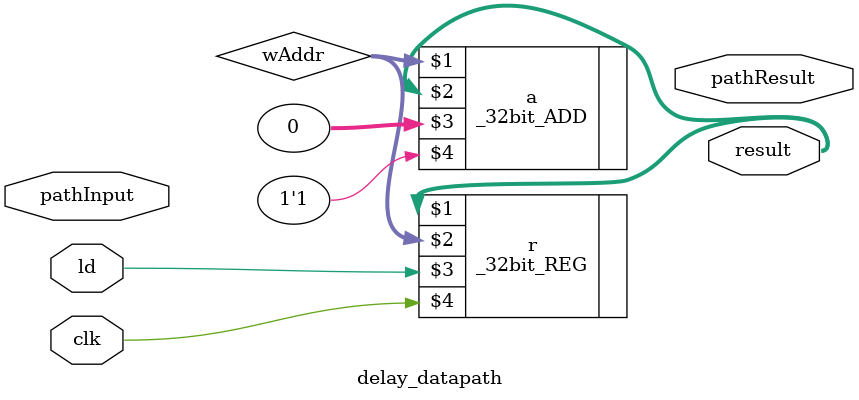
<source format=v>
module delay_datapath(result, pathResult, ld, pathInput, clk);
input ld, clk, pathInput;
output [31:0] result;
output pathResult;

wire [31:0] wAddr;

//ro_17n path(pathResult, ~pathInput);
//ro_17n_100 path(pathResult, pathInput);
//ro_17n_50 path(pathResult, pathInput);
//ro_18 path(pathResult, pathInput);
//ro_18_100 path(pathResult, pathInput);
//ro_18_50 path(pathResult, pathInput);
//ro_23n path(pathResult, ~pathInput);
//ro_23n_50 path(pathResult, pathInput);
//ro_33n path(pathResult, ~pathInput);
//ro_33n_100 path(pathResult, pathInput);
//ro_33n_50 path(pathResult, pathInput);
//ro_35n path(pathResult, ~pathInput);
//ro_35n_100 path(pathResult, pathInput);
//ro_35n_50 path(pathResult, pathInput);
//singlepath_1 path(pathResult, pathInput);
//singlepath_1_10 path(pathResult, pathInput);
//singlepath_1_100 path(pathResult, pathInput);
//singlepath_1_20 path(pathResult, pathInput);
//singlepath_1_50 path(pathResult, pathInput);
//singlepath_1_5n path(pathResult, ~pathInput);
//singlepath_1_spy_p15n path(pathResult, ~pathInput);
//singlepath_1_spy_p15n_100 path(pathResult, pathInput);
//singlepath_1_spy_p15n_50 path(pathResult, pathInput);
//singlepath_1_spy_p1n path(pathResult, ~pathInput);
//singlepath_1_spy_p1n_100 path(pathResult, pathInput);
//singlepath_1_spy_p1n_50 path(pathResult, pathInput);
//singlepath_1_spy_p25n path(pathResult, ~pathInput);
//singlepath_1_spy_p25n_100 path(pathResult, pathInput);
//singlepath_1_spy_p25n_50 path(pathResult, pathInput);
//singlepath_1_spy_p36n path(pathResult, ~pathInput);
//singlepath_1_spy_p36n_100 path(pathResult, pathInput);
//singlepath_1_spy_p36n_50 path(pathResult, pathInput);
//singlepath_1_spy_p5n path(pathResult, ~pathInput);
//singlepath_1_spy_p5n_100 path(pathResult, pathInput);
//singlepath_1_spy_p5n_50 path(pathResult, pathInput);
//singlepath_2 path(pathResult, pathInput);
//singlepath_2_10 path(pathResult, pathInput);
//singlepath_2_100 path(pathResult, pathInput);
//singlepath_2_20 path(pathResult, pathInput);
//singlepath_2_50 path(pathResult, pathInput);
//singlepath_2_5n path(pathResult, ~pathInput);
//singlepath_2_spy_p15n path(pathResult, ~pathInput);
//singlepath_2_spy_p15n_100 path(pathResult, pathInput);
//singlepath_2_spy_p15n_50 path(pathResult, pathInput);
//singlepath_2_spy_p1n path(pathResult, ~pathInput);
//singlepath_2_spy_p1n_100 path(pathResult, pathInput);
//singlepath_2_spy_p1n_50 path(pathResult, pathInput);
//singlepath_2_spy_p25n path(pathResult, ~pathInput);
//singlepath_2_spy_p25n_100 path(pathResult, pathInput);
//singlepath_2_spy_p31n path(pathResult, ~pathInput);
//singlepath_2_spy_p31n_100 path(pathResult, pathInput);
//singlepath_2_spy_p5n path(pathResult, ~pathInput);
//singlepath_2_spy_p5n_100 path(pathResult, pathInput);
//singlepath_2_spy_p5n_50 path(pathResult, pathInput);
//singlepath_3 path(pathResult, pathInput);
//singlepath_3_10 path(pathResult, pathInput);
//singlepath_3_100 path(pathResult, pathInput);
//singlepath_3_20 path(pathResult, pathInput);
//singlepath_3_5 path(pathResult, pathInput);
//singlepath_3_50 path(pathResult, pathInput);
//singlepath_3_spy_p1 path(pathResult, pathInput);
//singlepath_3_spy_p15 path(pathResult, pathInput);
//singlepath_3_spy_p15_100 path(pathResult, pathInput);
//singlepath_3_spy_p15_50 path(pathResult, pathInput);
//singlepath_3_spy_p1_100 path(pathResult, pathInput);
//singlepath_3_spy_p1_50 path(pathResult, pathInput);
//singlepath_3_spy_p25 path(pathResult, pathInput);
//singlepath_3_spy_p25_100 path(pathResult, pathInput);
//singlepath_3_spy_p25_50 path(pathResult, pathInput);
//singlepath_3_spy_p35 path(pathResult, pathInput);
//singlepath_3_spy_p35_100 path(pathResult, pathInput);
//singlepath_3_spy_p35_50 path(pathResult, pathInput);
//singlepath_3_spy_p45 path(pathResult, pathInput);
//singlepath_3_spy_p45_100 path(pathResult, pathInput);
//singlepath_3_spy_p45_50 path(pathResult, pathInput);
//singlepath_3_spy_p5 path(pathResult, pathInput);
//singlepath_3_spy_p53 path(pathResult, pathInput);
//singlepath_3_spy_p53_100 path(pathResult, pathInput);
//singlepath_3_spy_p53_50 path(pathResult, pathInput);
//singlepath_3_spy_p5_100 path(pathResult, pathInput);
//singlepath_3_spy_p5_50 path(pathResult, pathInput);



_32bit_REG r(result, wAddr, ld, clk);
_32bit_ADD a(wAddr, result, 32'b0, 1'b1);

endmodule
</source>
